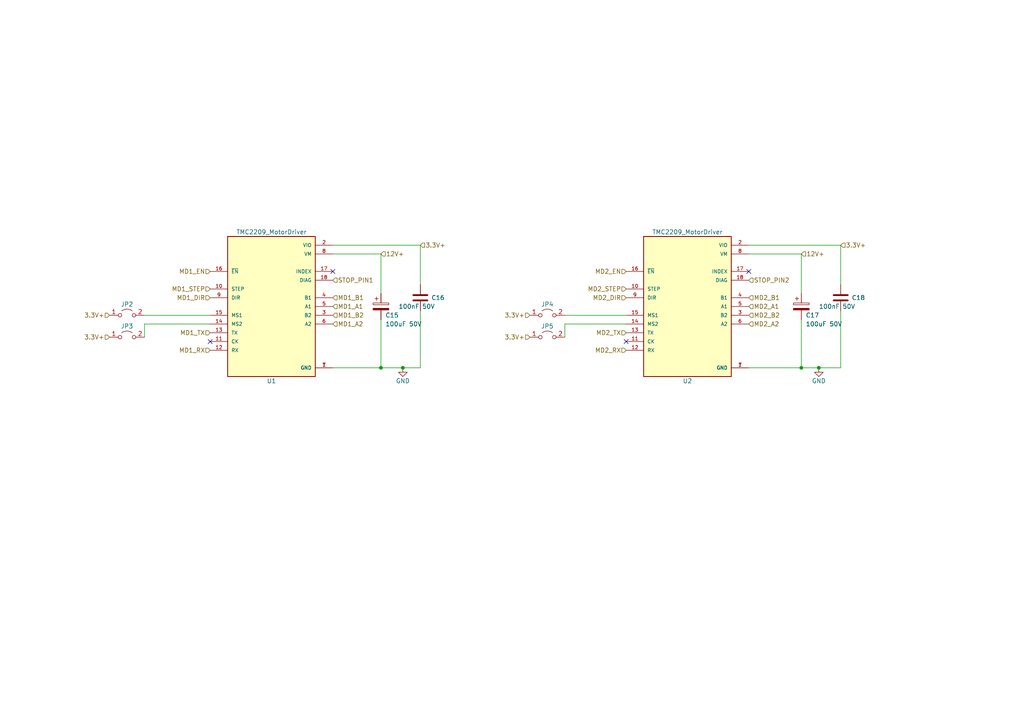
<source format=kicad_sch>
(kicad_sch (version 20231120) (generator "eeschema") (generator_version "8.0")
  (paper "A4")
  (title_block (title "Project_Healthbot_HAT") (date "2024-05-16") (rev "V0.1") (company "HAN Univeristy of Applied Sciences") (comment 1 "Marelle Vink"))
  (lib_symbols
    (symbol "Device:C" (pin_numbers hide) (pin_names (offset 0.254))
      (property "Reference" "C" (at 0.635 2.54 0))
      (property "Value" "C" (at 0.635 -2.54 0))
      (symbol "C_0_1"
        (polyline (pts (xy -2.032 -0.762) (xy 2.032 -0.762)) (stroke (width 0.508)))
        (polyline (pts (xy -2.032 0.762) (xy 2.032 0.762)) (stroke (width 0.508)))
      )
      (symbol "C_1_1"
        (pin passive line (at 0 3.81 270) (length 2.794) (name "~") (number "1"))
        (pin passive line (at 0 -3.81 90) (length 2.794) (name "~") (number "2"))
      )
    )
    (symbol "Device:C_Polarized" (pin_numbers hide) (pin_names (offset 0.254))
      (property "Reference" "C" (at 0.635 2.54 0))
      (property "Value" "C_Polarized" (at 0.635 -2.54 0))
      (symbol "C_Polarized_0_1"
        (rectangle (start -2.286 0.508) (end 2.286 1.016))
        (polyline (pts (xy -1.778 2.286) (xy -0.762 2.286)))
        (polyline (pts (xy -1.27 2.794) (xy -1.27 1.778)))
        (rectangle (start 2.286 -0.508) (end -2.286 -1.016) (fill (type outline)))
      )
      (symbol "C_Polarized_1_1"
        (pin passive line (at 0 3.81 270) (length 2.794) (name "~") (number "1"))
        (pin passive line (at 0 -3.81 90) (length 2.794) (name "~") (number "2"))
      )
    )
    (symbol "Jumper:Jumper_2_Open" (pin_names (offset 0) hide)
      (property "Reference" "JP" (at 0 2.794 0))
      (property "Value" "Jumper_2_Open" (at 0 -2.286 0))
      (symbol "Jumper_2_Open_0_0"
        (circle (center -2.032 0) (radius 0.508))
        (circle (center 2.032 0) (radius 0.508))
      )
      (symbol "Jumper_2_Open_0_1"
        (arc (start 1.524 1.27) (mid 0 1.778) (end -1.524 1.27))
      )
      (symbol "Jumper_2_Open_1_1"
        (pin passive line (at -5.08 0 0) (length 2.54) (name "A") (number "1"))
        (pin passive line (at 5.08 0 180) (length 2.54) (name "B") (number "2"))
      )
    )
    (symbol "power:GND" (power) (pin_names (offset 0))
      (property "Value" "GND" (at 0 -3.81 0))
      (symbol "GND_0_1"
        (polyline (pts (xy 0 0) (xy 0 -1.27) (xy 1.27 -1.27) (xy 0 -2.54) (xy -1.27 -1.27) (xy 0 -1.27)))
      )
      (symbol "GND_1_1"
        (pin power_in line (at 0 0 270) (length 0) hide (name "GND") (number "1"))
      )
    )
    (symbol "projectLib:TMC2209_MotorDriver" (pin_names (offset 1.016))
      (property "Reference" "U" (at -12.7 22.86 0))
      (property "Value" "TMC2209_MotorDriver" (at -12.7 -22.86 0))
      (symbol "TMC2209_MotorDriver_0_0"
        (rectangle (start -12.7 20.32) (end 12.7 -20.32) (stroke (width 0.254)) (fill (type background)))
        (pin power_in line (at 17.78 -17.78 180) (length 5.08) (name "GND") (number "1"))
        (pin input line (at -17.78 5.08 0) (length 5.08) (name "STEP") (number "10"))
        (pin bidirectional line (at -17.78 -10.16 0) (length 5.08) (name "CK") (number "11"))
        (pin bidirectional line (at -17.78 -12.7 0) (length 5.08) (name "RX") (number "12"))
        (pin input line (at -17.78 -7.62 0) (length 5.08) (name "TX") (number "13"))
        (pin input line (at -17.78 -5.08 0) (length 5.08) (name "MS2") (number "14"))
        (pin input line (at -17.78 -2.54 0) (length 5.08) (name "MS1") (number "15"))
        (pin input line (at -17.78 10.16 0) (length 5.08) (name "~{EN}") (number "16"))
        (pin output line (at 17.78 10.16 180) (length 5.08) (name "INDEX") (number "17"))
        (pin output line (at 17.78 7.62 180) (length 5.08) (name "DIAG") (number "18"))
        (pin power_in line (at 17.78 17.78 180) (length 5.08) (name "VIO") (number "2"))
        (pin output line (at 17.78 -2.54 180) (length 5.08) (name "B2") (number "3"))
        (pin output line (at 17.78 2.54 180) (length 5.08) (name "B1") (number "4"))
        (pin output line (at 17.78 0 180) (length 5.08) (name "A1") (number "5"))
        (pin output line (at 17.78 -5.08 180) (length 5.08) (name "A2") (number "6"))
        (pin power_in line (at 17.78 -17.78 180) (length 5.08) (name "GND") (number "7"))
        (pin power_in line (at 17.78 15.24 180) (length 5.08) (name "VM") (number "8"))
        (pin input line (at -17.78 2.54 0) (length 5.08) (name "DIR") (number "9"))
      )
    )
  )
  (junction (at 237.49 106.68))
  (junction (at 116.84 106.68))
  (junction (at 110.49 106.68))
  (junction (at 232.41 106.68))
  (no_connect (at 60.96 99.06))
  (no_connect (at 96.52 78.74))
  (no_connect (at 181.61 99.06))
  (no_connect (at 217.17 78.74))
  (wire (pts (xy 110.49 106.68) (xy 96.52 106.68)))
  (wire (pts (xy 243.84 90.17) (xy 243.84 106.68)))
  (wire (pts (xy 116.84 106.68) (xy 121.92 106.68)))
  (wire (pts (xy 163.83 97.79) (xy 163.83 93.98)))
  (wire (pts (xy 121.92 90.17) (xy 121.92 106.68)))
  (wire (pts (xy 96.52 71.12) (xy 121.92 71.12)))
  (wire (pts (xy 232.41 73.66) (xy 232.41 85.09)))
  (wire (pts (xy 121.92 71.12) (xy 121.92 82.55)))
  (wire (pts (xy 41.91 93.98) (xy 41.91 97.79)))
  (wire (pts (xy 232.41 92.71) (xy 232.41 106.68)))
  (wire (pts (xy 41.91 91.44) (xy 60.96 91.44)))
  (wire (pts (xy 243.84 71.12) (xy 243.84 82.55)))
  (wire (pts (xy 60.96 93.98) (xy 41.91 93.98)))
  (wire (pts (xy 232.41 106.68) (xy 217.17 106.68)))
  (wire (pts (xy 163.83 91.44) (xy 181.61 91.44)))
  (wire (pts (xy 110.49 92.71) (xy 110.49 106.68)))
  (wire (pts (xy 110.49 73.66) (xy 110.49 85.09)))
  (wire (pts (xy 163.83 93.98) (xy 181.61 93.98)))
  (wire (pts (xy 110.49 106.68) (xy 116.84 106.68)))
  (wire (pts (xy 237.49 106.68) (xy 243.84 106.68)))
  (wire (pts (xy 96.52 73.66) (xy 110.49 73.66)))
  (wire (pts (xy 237.49 106.68) (xy 232.41 106.68)))
  (wire (pts (xy 217.17 71.12) (xy 243.84 71.12)))
  (wire (pts (xy 217.17 73.66) (xy 232.41 73.66)))
  (hierarchical_label "MD1_DIR" (shape input) (at 60.96 86.36 180))
  (hierarchical_label "3.3V+" (shape input) (at 153.67 91.44 180))
  (hierarchical_label "MD2_TX" (shape input) (at 181.61 96.52 180))
  (hierarchical_label "12V+" (shape input) (at 110.49 73.66 0))
  (hierarchical_label "MD1_A2" (shape input) (at 96.52 93.98 0))
  (hierarchical_label "MD1_A1" (shape input) (at 96.52 88.9 0))
  (hierarchical_label "STOP_PIN2" (shape input) (at 217.17 81.28 0))
  (hierarchical_label "MD2_DIR" (shape input) (at 181.61 86.36 180))
  (hierarchical_label "MD1_STEP" (shape input) (at 60.96 83.82 180))
  (hierarchical_label "MD2_A2" (shape input) (at 217.17 93.98 0))
  (hierarchical_label "MD2_RX" (shape input) (at 181.61 101.6 180))
  (hierarchical_label "3.3V+" (shape input) (at 31.75 91.44 180))
  (hierarchical_label "3.3V+" (shape input) (at 31.75 97.79 180))
  (hierarchical_label "MD1_B1" (shape input) (at 96.52 86.36 0))
  (hierarchical_label "STOP_PIN1" (shape input) (at 96.52 81.28 0))
  (hierarchical_label "MD2_B2" (shape input) (at 217.17 91.44 0))
  (hierarchical_label "MD1_B2" (shape input) (at 96.52 91.44 0))
  (hierarchical_label "MD1_RX" (shape input) (at 60.96 101.6 180))
  (hierarchical_label "3.3V+" (shape input) (at 153.67 97.79 180))
  (hierarchical_label "MD1_EN" (shape input) (at 60.96 78.74 180))
  (hierarchical_label "3.3V+" (shape input) (at 243.84 71.12 0))
  (hierarchical_label "MD2_STEP" (shape input) (at 181.61 83.82 180))
  (hierarchical_label "MD2_A1" (shape input) (at 217.17 88.9 0))
  (hierarchical_label "3.3V+" (shape input) (at 121.92 71.12 0))
  (hierarchical_label "MD2_B1" (shape input) (at 217.17 86.36 0))
  (hierarchical_label "MD1_TX" (shape input) (at 60.96 96.52 180))
  (hierarchical_label "MD2_EN" (shape input) (at 181.61 78.74 180))
  (hierarchical_label "12V+" (shape input) (at 232.41 73.66 0))
  (symbol (lib_id "Jumper:Jumper_2_Open") (at 158.75 97.79 0) (unit 1)
    (property "Reference" "JP5" (at 158.75 94.615 0))
    (property "Value" "Jumper_2_Open" (effects (hide yes)))
    (property "Footprint" "Jumper:SolderJumper-2_P1.3mm_Open_RoundedPad1.0x1.5mm" (effects (hide yes)))
    (property "LCSC" "x" (effects (hide yes)))
    (property "Mouser" "x" (effects (hide yes)))
    (instances (project "universalConnectorBoard" (path "" (reference "JP5") (unit 1))) (project "Rastaban-HAT" (path "" (reference "JP7") (unit 1))))
  )
  (symbol (lib_id "Device:C_Polarized") (at 110.49 88.9 0) (unit 1)
    (property "Reference" "C15" (at 111.76 91.44 0) (effects (justify left)))
    (property "Value" "100uF 50V" (at 111.76 93.98 0) (effects (justify left)))
    (property "Footprint" "Capacitor_SMD:CP_Elec_8x10" (effects (hide yes)))
    (property "Manufacturer_Part_Number" "C3339" (effects (hide yes)))
    (property "Purpose" "decoupling" (effects (hide yes)))
    (property "LCSC" "C445063" (effects (hide yes)))
    (instances (project "universalConnectorBoard" (path "" (reference "C15") (unit 1))) (project "Rastaban-HAT" (path "" (reference "C16") (unit 1))))
  )
  (symbol (lib_id "Jumper:Jumper_2_Open") (at 158.75 91.44 0) (unit 1)
    (property "Reference" "JP4" (at 158.75 88.265 0))
    (property "Value" "Jumper_2_Open" (effects (hide yes)))
    (property "Footprint" "Jumper:SolderJumper-2_P1.3mm_Open_RoundedPad1.0x1.5mm" (effects (hide yes)))
    (property "LCSC" "x" (effects (hide yes)))
    (property "Mouser" "x" (effects (hide yes)))
    (instances (project "universalConnectorBoard" (path "" (reference "JP4") (unit 1))) (project "Rastaban-HAT" (path "" (reference "JP7") (unit 1))))
  )
  (symbol (lib_id "power:GND") (at 116.84 106.68 0) (unit 1)
    (property "Reference" "#PWR01" (effects (hide yes)))
    (property "Value" "GND" (at 116.84 110.49 0))
  )
  (symbol (lib_id "projectLib:TMC2209_MotorDriver") (at 78.74 88.9 0) (unit 1)
    (property "Reference" "U1" (at 78.74 110.49 0))
    (property "Value" "TMC2209_MotorDriver" (at 78.74 67.31 0))
    (property "Footprint" "TMC2209_SILENTSTEPSTICK:MODULE_TMC2209_SILENTSTEPSTICK" (effects (hide yes)))
    (property "Datasheet" "https://www.tinytronics.nl/nl/mechanica-en-actuatoren/motoraansturingen-en-drivers/stappen-motoraansturingen-en-drivers/tmc2209-motor-driver-module-v4.0" (effects (hide yes)))
    (property "Description" "\nTMC2209 Motor Controller/Driver Power Management Evaluation Board\n" (effects (hide yes)))
    (property "MF" "Trinamic Motion Control GmbH" (effects (hide yes)))
    (property "Package" "None" (effects (hide yes)))
    (property "Price" "None" (effects (hide yes)))
    (property "Check_prices" "https://www.snapeda.com/parts/TMC2209%20SILENTSTEPSTICK/Trinamic+Motion+Control+GmbH/view-part/?ref=eda" (effects (hide yes)))
    (property "STANDARD" "Manufacturer Recommendations" (effects (hide yes)))
    (property "PARTREV" "1.20" (effects (hide yes)))
    (property "SnapEDA_Link" "https://www.snapeda.com/parts/TMC2209%20SILENTSTEPSTICK/Trinamic+Motion+Control+GmbH/view-part/?ref=snap" (effects (hide yes)))
    (property "MP" "TMC2209 SILENTSTEPSTICK" (effects (hide yes)))
    (property "MANUFACTURER" "Trinamic Motion Control GmbH" (effects (hide yes)))
    (property "Availability" "In Stock" (effects (hide yes)))
    (property "SNAPEDA_PN" "TMC2209 SILENTSTEPSTICK" (effects (hide yes)))
  )
  (symbol (lib_id "Device:C") (at 243.84 86.36 0) (unit 1)
    (property "Reference" "C18" (at 247.015 86.36 0) (effects (justify left)))
    (property "Value" "100nF 50V" (at 237.49 88.9 0) (effects (justify left)))
    (property "Footprint" "Capacitor_SMD:C_0805_2012Metric_Pad1.18x1.45mm_HandSolder" (effects (hide yes)))
    (property "Purpose" "decoupling" (effects (hide yes)))
    (property "LCSC" "C476766" (effects (hide yes)))
    (instances (project "universalConnectorBoard" (path "" (reference "C18") (unit 1))) (project "Rastaban-HAT" (path "" (reference "C22") (unit 1))))
  )
  (symbol (lib_id "Device:C_Polarized") (at 232.41 88.9 0) (unit 1)
    (property "Reference" "C17" (at 233.68 91.44 0) (effects (justify left)))
    (property "Value" "100uF 50V" (at 233.68 93.98 0) (effects (justify left)))
    (property "Footprint" "Capacitor_SMD:CP_Elec_8x10" (effects (hide yes)))
    (property "Manufacturer_Part_Number" "C3339" (effects (hide yes)))
    (property "Purpose" "decoupling" (effects (hide yes)))
    (property "LCSC" "C445063" (effects (hide yes)))
    (instances (project "universalConnectorBoard" (path "" (reference "C17") (unit 1))) (project "Rastaban-HAT" (path "" (reference "C16") (unit 1))))
  )
  (symbol (lib_id "Jumper:Jumper_2_Open") (at 36.83 97.79 0) (unit 1)
    (property "Reference" "JP3" (at 36.83 94.615 0))
    (property "Value" "Jumper_2_Open" (effects (hide yes)))
    (property "Footprint" "Jumper:SolderJumper-2_P1.3mm_Open_RoundedPad1.0x1.5mm" (effects (hide yes)))
    (property "LCSC" "x" (effects (hide yes)))
    (property "Mouser" "x" (effects (hide yes)))
    (instances (project "universalConnectorBoard" (path "" (reference "JP3") (unit 1))) (project "Rastaban-HAT" (path "" (reference "JP7") (unit 1))))
  )
  (symbol (lib_id "Device:C") (at 121.92 86.36 0) (unit 1)
    (property "Reference" "C16" (at 125.095 86.36 0) (effects (justify left)))
    (property "Value" "100nF 50V" (at 115.57 88.9 0) (effects (justify left)))
    (property "Footprint" "Capacitor_SMD:C_0805_2012Metric_Pad1.18x1.45mm_HandSolder" (effects (hide yes)))
    (property "Purpose" "decoupling" (effects (hide yes)))
    (property "LCSC" "C476766" (effects (hide yes)))
    (instances (project "universalConnectorBoard" (path "" (reference "C16") (unit 1))) (project "Rastaban-HAT" (path "" (reference "C22") (unit 1))))
  )
  (symbol (lib_id "Jumper:Jumper_2_Open") (at 36.83 91.44 0) (unit 1)
    (property "Reference" "JP2" (at 36.83 88.265 0))
    (property "Value" "Jumper_2_Open" (effects (hide yes)))
    (property "Footprint" "Jumper:SolderJumper-2_P1.3mm_Open_RoundedPad1.0x1.5mm" (effects (hide yes)))
    (property "LCSC" "x" (effects (hide yes)))
    (property "Mouser" "x" (effects (hide yes)))
    (instances (project "universalConnectorBoard" (path "" (reference "JP2") (unit 1))) (project "Rastaban-HAT" (path "" (reference "JP7") (unit 1))))
  )
  (symbol (lib_id "power:GND") (at 237.49 106.68 0) (unit 1)
    (property "Reference" "#PWR02" (effects (hide yes)))
    (property "Value" "GND" (at 237.49 110.49 0))
  )
  (symbol (lib_id "projectLib:TMC2209_MotorDriver") (at 199.39 88.9 0) (unit 1)
    (property "Reference" "U2" (at 199.39 110.49 0))
    (property "Value" "TMC2209_MotorDriver" (at 199.39 67.31 0))
    (property "Footprint" "TMC2209_SILENTSTEPSTICK:MODULE_TMC2209_SILENTSTEPSTICK" (effects (hide yes)))
    (property "Datasheet" "https://www.tinytronics.nl/nl/mechanica-en-actuatoren/motoraansturingen-en-drivers/stappen-motoraansturingen-en-drivers/tmc2209-motor-driver-module-v4.0" (effects (hide yes)))
    (property "Description" "\nTMC2209 Motor Controller/Driver Power Management Evaluation Board\n" (effects (hide yes)))
    (property "MF" "Trinamic Motion Control GmbH" (effects (hide yes)))
    (property "Package" "None" (effects (hide yes)))
    (property "Price" "None" (effects (hide yes)))
    (property "Check_prices" "https://www.snapeda.com/parts/TMC2209%20SILENTSTEPSTICK/Trinamic+Motion+Control+GmbH/view-part/?ref=eda" (effects (hide yes)))
    (property "STANDARD" "Manufacturer Recommendations" (effects (hide yes)))
    (property "PARTREV" "1.20" (effects (hide yes)))
    (property "SnapEDA_Link" "https://www.snapeda.com/parts/TMC2209%20SILENTSTEPSTICK/Trinamic+Motion+Control+GmbH/view-part/?ref=snap" (effects (hide yes)))
    (property "MP" "TMC2209 SILENTSTEPSTICK" (effects (hide yes)))
    (property "MANUFACTURER" "Trinamic Motion Control GmbH" (effects (hide yes)))
    (property "Availability" "In Stock" (effects (hide yes)))
    (property "SNAPEDA_PN" "TMC2209 SILENTSTEPSTICK" (effects (hide yes)))
  )
)
</source>
